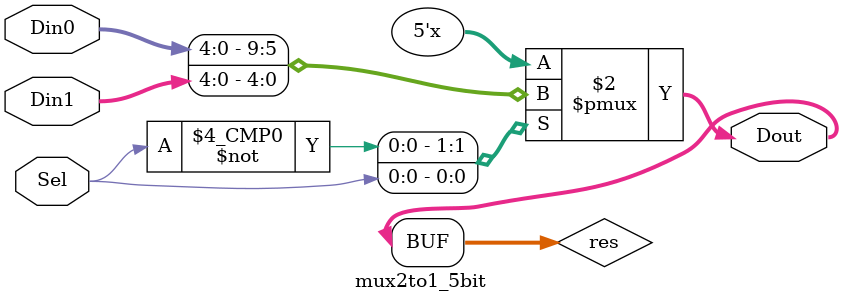
<source format=v>
`timescale 1ns / 1ps
module mux2to1_5bit(
    input [4:0] Din0,
    input [4:0] Din1,
    input Sel,
    output [4:0] Dout
    );
	 
	reg [4:0] res;
	assign Dout = res;
	always @(*) 
	begin
		case(Sel)
			1'b0: begin res = Din0; end
			1'b1: begin res = Din1; end
		endcase
	end


endmodule
</source>
